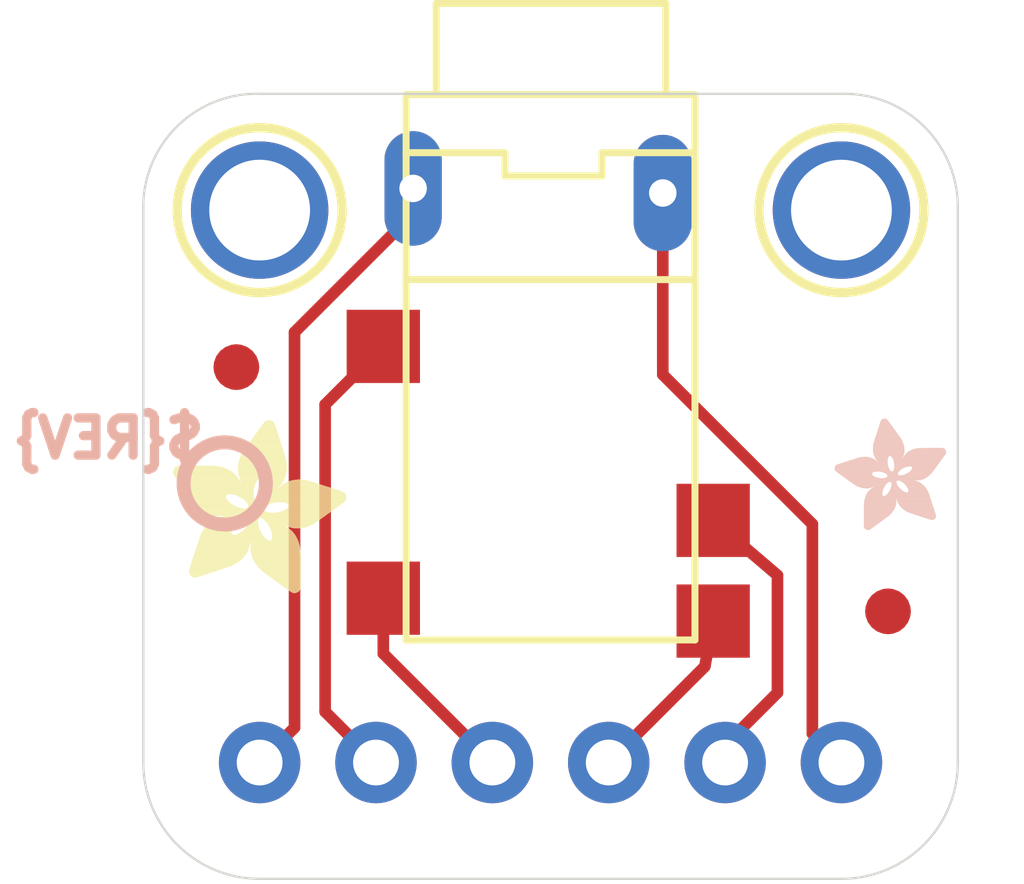
<source format=kicad_pcb>
(kicad_pcb (version 20221018) (generator pcbnew)
  (layers (0 "F.Cu" signal) (31 "B.Cu" signal) (34 "B.Paste" user) (35 "F.Paste" user) (36 "B.SilkS" user "B.Silkscreen") (37 "F.SilkS" user "F.Silkscreen") (38 "B.Mask" user) (39 "F.Mask" user) (44 "Edge.Cuts" user))
  (net 0 "")
  (net 1 "SLEEVE")
  (net 2 "LEFT")
  (net 3 "LEFT_SW")
  (net 4 "RING")
  (net 5 "RIGHT_SW")
  (net 6 "RIGHT")
  (footprint "working:FIDUCIAL_1MM" (layer "F.Cu") (at 155.8671 107.734507)
    (fp_text reference "FID2" hide)
    (fp_text value "FIDUCIAL_1MM" hide)
    (pad "1" smd roundrect (at 0 0) (size 1 1) (layers "F.Cu" "F.Mask") (roundrect_rratio 0.5))
  )
  (footprint "working:PLABEL7" (layer "F.Cu") (at 147.2311 109.385507)
    (fp_text reference "PLABEL7" hide)
    (fp_text value "" hide)
  )
  (footprint "working:PLABEL5" (layer "F.Cu") (at 144.6911 107.480507 90)
    (fp_text reference "PLABEL5" hide)
    (fp_text value "" hide)
  )
  (footprint "working:PLABEL8" (layer "F.Cu") (at 154.5971 102.908507)
    (fp_text reference "PLABEL8" hide)
    (fp_text value "" hide)
  )
  (footprint "working:PLABEL4" (layer "F.Cu") (at 152.3111 107.607507 90)
    (fp_text reference "PLABEL4" hide)
    (fp_text value "" hide)
  )
  (footprint "working:FIDUCIAL_1MM" (layer "F.Cu") (at 141.6431 102.400507)
    (fp_text reference "FID1" hide)
    (fp_text value "FIDUCIAL_1MM" hide)
    (pad "1" smd roundrect (at 0 0) (size 1 1) (layers "F.Cu" "F.Mask") (roundrect_rratio 0.5))
  )
  (footprint "working:PJ-332A" (layer "F.Cu") (at 148.5011 103.289507 -90)
    (fp_text reference "X1" hide)
    (fp_text value "TRRS_2SWITCH_PJ332A" hide)
    (pad "" np_thru_hole circle (at -4.242 0 270) (size 1.2 1.2) (drill 1.2) (layers "*.Cu" "*.Mask"))
    (pad "" np_thru_hole circle (at 2.758 -0.1 270) (size 1.2 1.2) (drill 1.2) (layers "*.Cu" "*.Mask"))
    (pad "1" thru_hole oval (at -4.792 3 90) (size 2.5 1.25) (drill 0.6) (layers "*.Cu" "*.Mask") (net 1 "SLEEVE"))
    (pad "2" thru_hole oval (at -4.692 -2.45 90) (size 2.54 1.27) (drill 0.6) (layers "*.Cu" "*.Mask") (net 4 "RING"))
    (pad "3" smd rect (at -1.342 3.65) (size 1.6 1.6) (layers "F.Cu" "F.Paste" "F.Mask") (net 6 "RIGHT"))
    (pad "4" smd rect (at 2.458 -3.55) (size 1.6 1.6) (layers "F.Cu" "F.Paste" "F.Mask") (net 2 "LEFT"))
    (pad "5" smd rect (at 4.158 3.65) (size 1.6 1.6) (layers "F.Cu" "F.Paste" "F.Mask") (net 5 "RIGHT_SW"))
    (pad "6" smd rect (at 4.658 -3.55) (size 1.6 1.6) (layers "F.Cu" "F.Paste" "F.Mask") (net 3 "LEFT_SW"))
  )
  (footprint "working:PLABEL0" (layer "F.Cu") (at 152.3111 109.385507)
    (fp_text reference "PLABEL0" hide)
    (fp_text value "" hide)
  )
  (footprint "working:1X06_ROUND_70" (layer "F.Cu") (at 148.5011 111.036507)
    (fp_text reference "JP1" hide)
    (fp_text value "" hide)
    (pad "1" thru_hole circle (at -6.35 0 90) (size 1.778 1.778) (drill 1) (layers "*.Cu" "*.Mask") (net 1 "SLEEVE"))
    (pad "2" thru_hole circle (at -3.81 0 90) (size 1.778 1.778) (drill 1) (layers "*.Cu" "*.Mask") (net 6 "RIGHT"))
    (pad "3" thru_hole circle (at -1.27 0 90) (size 1.778 1.778) (drill 1) (layers "*.Cu" "*.Mask") (net 5 "RIGHT_SW"))
    (pad "4" thru_hole circle (at 1.27 0 90) (size 1.778 1.778) (drill 1) (layers "*.Cu" "*.Mask") (net 3 "LEFT_SW"))
    (pad "5" thru_hole circle (at 3.81 0 90) (size 1.778 1.778) (drill 1) (layers "*.Cu" "*.Mask") (net 2 "LEFT"))
    (pad "6" thru_hole circle (at 6.35 0 90) (size 1.778 1.778) (drill 1) (layers "*.Cu" "*.Mask") (net 4 "RING"))
  )
  (footprint "working:MOUNTINGHOLE_2.0_PLATED" (layer "F.Cu") (at 142.1511 98.971507)
    (fp_text reference "U$2" hide)
    (fp_text value "MOUNTINGHOLE2.0" hide)
    (pad "P$1" thru_hole circle (at 0 0) (size 3 3) (drill 2.2) (layers "*.Cu" "*.Mask"))
  )
  (footprint "working:PLABEL3" (layer "F.Cu") (at 154.7241 112.560507)
    (fp_text reference "PLABEL3" hide)
    (fp_text value "" hide)
  )
  (footprint "working:PLABEL2" (layer "F.Cu") (at 144.6911 112.560507)
    (fp_text reference "PLABEL2" hide)
    (fp_text value "" hide)
  )
  (footprint "working:MOUNTINGHOLE_2.0_PLATED" (layer "F.Cu") (at 154.8511 98.971507)
    (fp_text reference "U$4" hide)
    (fp_text value "MOUNTINGHOLE2.0" hide)
    (pad "P$1" thru_hole circle (at 0 0) (size 3 3) (drill 2.2) (layers "*.Cu" "*.Mask"))
  )
  (footprint "working:PLABEL1" (layer "F.Cu") (at 141.8971 109.385507)
    (fp_text reference "PLABEL1" hide)
    (fp_text value "" hide)
  )
  (footprint "working:ADAFRUIT_3.5MM" (layer "F.Cu") (at 140.2461 107.353507)
    (fp_text reference "U$5" hide)
    (fp_text value "" hide)
  )
  (footprint "working:PLABEL6" (layer "F.Cu") (at 150.0251 112.687507)
    (fp_text reference "PLABEL6" hide)
    (fp_text value "" hide)
  )
  (footprint "working:PCBFEAT-REV-040" (layer "B.Cu") (at 141.3891 104.940507)
    (fp_text reference "U$1" hide)
    (fp_text value "" hide)
    (fp_text user "${REV}" (at -0.3556 -0.508 180) (layer "B.SilkS") (effects (font (size 0.8128 0.8128) (thickness 0.2032)) (justify left bottom mirror)))
  )
  (footprint "working:PLABEL9" (layer "B.Cu") (at 149.1361 104.940507 180)
    (fp_text reference "PLABEL9" hide)
    (fp_text value "" hide)
  )
  (footprint "working:ADAFRUIT_2.5MM" (layer "B.Cu") (at 157.1371 105.956507 180)
    (fp_text reference "U$3" hide)
    (fp_text value "" hide)
  )
  (gr_line (start 154.8511 113.576507) (end 142.1511 113.576507) (stroke (width 0.05)) (layer "Edge.Cuts"))
  (gr_arc (start 157.3911 111.036507) (mid 156.647151 112.832558) (end 154.8511 113.576507) (stroke (width 0.05)) (layer "Edge.Cuts"))
  (gr_arc (start 142.1511 113.576507) (mid 140.355049 112.832558) (end 139.6111 111.036507) (stroke (width 0.05)) (layer "Edge.Cuts"))
  (gr_line (start 139.6111 98.844507) (end 139.6111 111.036507) (stroke (width 0.05)) (layer "Edge.Cuts"))
  (gr_arc (start 139.6111 98.844507) (mid 140.381351 97.111956) (end 142.1511 96.431507) (stroke (width 0.05)) (layer "Edge.Cuts"))
  (gr_arc (start 154.8511 96.431507) (mid 156.620849 97.111956) (end 157.3911 98.844507) (stroke (width 0.05)) (layer "Edge.Cuts"))
  (gr_line (start 154.8511 96.431507) (end 142.1511 96.431507) (stroke (width 0.05)) (layer "Edge.Cuts"))
  (gr_line (start 157.3911 111.036507) (end 157.3911 98.844507) (stroke (width 0.05)) (layer "Edge.Cuts"))
  (segment (start 145.5011 98.497507) (end 145.5011 99.050507) (width 0.254) (layer "F.Cu") (net 1))
  (segment (start 142.9131 110.274507) (end 142.1511 111.036507) (width 0.254) (layer "F.Cu") (net 1))
  (segment (start 145.5011 99.050507) (end 142.9131 101.638507) (width 0.254) (layer "F.Cu") (net 1))
  (segment (start 142.9131 101.638507) (end 142.9131 110.274507) (width 0.254) (layer "F.Cu") (net 1))
  (segment (start 153.4541 106.945911) (end 153.4541 109.512507) (width 0.254) (layer "F.Cu") (net 2))
  (segment (start 152.3111 110.655507) (end 152.3111 111.036507) (width 0.254) (layer "F.Cu") (net 2))
  (segment (start 153.4541 109.512507) (end 152.3111 110.655507) (width 0.254) (layer "F.Cu") (net 2))
  (segment (start 152.0511 105.747507) (end 153.4541 106.945911) (width 0.254) (layer "F.Cu") (net 2))
  (segment (start 149.7711 111.036507) (end 151.869137 108.93847) (width 0.254) (layer "F.Cu") (net 3))
  (segment (start 152.0511 107.947507) (end 151.869137 108.93847) (width 0.254) (layer "F.Cu") (net 3))
  (segment (start 150.9511 98.597507) (end 150.9511 102.564507) (width 0.254) (layer "F.Cu") (net 4))
  (segment (start 150.9511 102.564507) (end 154.2161 105.829507) (width 0.254) (layer "F.Cu") (net 4))
  (segment (start 154.2161 110.401507) (end 154.8511 111.036507) (width 0.254) (layer "F.Cu") (net 4))
  (segment (start 154.2161 105.829507) (end 154.2161 110.401507) (width 0.254) (layer "F.Cu") (net 4))
  (segment (start 144.8511 108.656507) (end 147.2311 111.036507) (width 0.254) (layer "F.Cu") (net 5))
  (segment (start 144.8511 107.447507) (end 144.8511 108.656507) (width 0.254) (layer "F.Cu") (net 5))
  (segment (start 143.5811 103.217507) (end 143.5811 109.926507) (width 0.254) (layer "F.Cu") (net 6))
  (segment (start 144.8511 101.947507) (end 143.5811 103.217507) (width 0.254) (layer "F.Cu") (net 6))
  (segment (start 144.6911 111.036507) (end 143.5811 109.926507) (width 0.254) (layer "F.Cu") (net 6))
)
</source>
